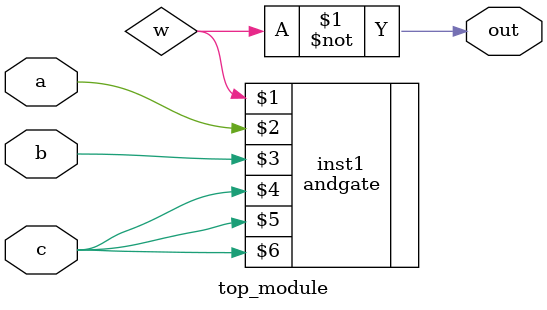
<source format=v>
module top_module (input a, input b, input c, output out);//

    wire w;
    andgate inst1 ( w, a, b, c, c, c);
	assign out = ~w;
    
endmodule

</source>
